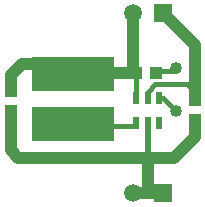
<source format=gbr>
G04 DipTrace 3.0.0.2*
G04 Top.gbr*
%MOIN*%
G04 #@! TF.FileFunction,Copper,L1,Top*
G04 #@! TF.Part,Single*
G04 #@! TA.AperFunction,Conductor*
%ADD13C,0.015748*%
%ADD14C,0.03937*%
%ADD15C,0.019685*%
%ADD16C,0.017717*%
%ADD19R,0.019685X0.03937*%
%ADD20R,0.275591X0.11811*%
G04 #@! TA.AperFunction,ComponentPad*
%ADD21R,0.059055X0.059055*%
%ADD22C,0.059055*%
%ADD23R,0.03937X0.043307*%
%ADD24R,0.043307X0.03937*%
G04 #@! TA.AperFunction,ViaPad*
%ADD25C,0.04*%
%FSLAX26Y26*%
G04*
G70*
G90*
G75*
G01*
G04 Top*
%LPD*%
X856940Y676934D2*
D13*
X848493Y668488D1*
X644367D1*
Y674738D1*
X438139Y718483D2*
D14*
Y587247D1*
X463136Y562249D1*
X894341D1*
X981832D1*
X1050575Y630992D1*
Y687236D1*
X894341Y562249D2*
D15*
Y676934D1*
X944341Y443630D2*
D14*
X894341D1*
Y562249D1*
X844341Y443630D2*
X944341D1*
X856940Y762564D2*
D13*
X856845Y843470D1*
D14*
X844341Y855974D1*
Y1043630D1*
X856845Y843470D2*
X644367Y840092D1*
X678992Y874717D1*
X475635D1*
X438139Y837220D1*
Y785412D1*
X894341Y762564D2*
D13*
Y780976D1*
X919339Y805974D1*
X1025577D1*
X1050575Y780976D1*
Y754165D1*
D14*
Y937396D1*
X944341Y1043630D1*
X923774Y843470D2*
D16*
Y849719D1*
X988081D1*
Y862218D1*
Y718483D2*
X944000Y762564D1*
X931743D1*
D25*
X988081Y862218D3*
Y718483D3*
D19*
X856940Y676934D3*
X894341D3*
X931743D3*
X894341Y762564D3*
X931743D3*
X856940D3*
D20*
X644367Y674738D3*
Y840092D3*
D21*
X944341Y443630D3*
D22*
X844341D3*
D23*
X438139Y718483D3*
Y785412D3*
X1050575Y687236D3*
Y754165D3*
D24*
X856845Y843470D3*
X923774D3*
D21*
X944341Y1043630D3*
D22*
X844341D3*
M02*

</source>
